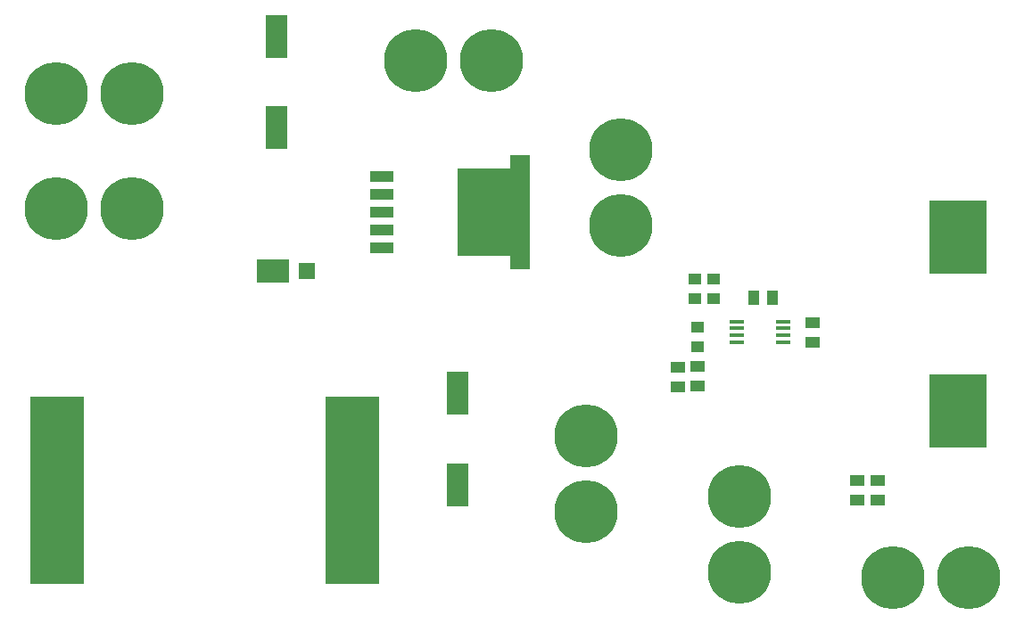
<source format=gbr>
%TF.GenerationSoftware,Altium Limited,Altium Designer,19.1.8 (144)*%
G04 Layer_Color=255*
%FSLAX26Y26*%
%MOIN*%
%TF.FileFunction,Pads,Top*%
%TF.Part,Single*%
G01*
G75*
%TA.AperFunction,SMDPad,CuDef*%
%ADD10R,0.059055X0.059843*%
%ADD11R,0.122047X0.086614*%
%ADD12R,0.057087X0.017716*%
%ADD13R,0.200000X0.327953*%
%ADD14R,0.075197X0.425197*%
%ADD15R,0.085039X0.042126*%
%ADD16R,0.051181X0.041339*%
%ADD17R,0.200787X0.700787*%
%ADD18R,0.216535X0.275591*%
%ADD19R,0.055118X0.041339*%
%ADD20R,0.078740X0.161417*%
%ADD21R,0.041339X0.055118*%
%TA.AperFunction,ComponentPad*%
%ADD30C,0.236220*%
D10*
X1366142Y1397638D02*
D03*
D11*
X1240158D02*
D03*
D12*
X2973543Y1132323D02*
D03*
Y1157913D02*
D03*
Y1183504D02*
D03*
Y1209094D02*
D03*
X3146772D02*
D03*
Y1183504D02*
D03*
Y1157913D02*
D03*
Y1132323D02*
D03*
D13*
X2028543Y1618110D02*
D03*
D14*
X2162401D02*
D03*
D15*
X1646653Y1484252D02*
D03*
Y1551181D02*
D03*
Y1618110D02*
D03*
Y1685039D02*
D03*
Y1751968D02*
D03*
D16*
X2816772Y1368740D02*
D03*
Y1295906D02*
D03*
X2886772Y1368740D02*
D03*
Y1295906D02*
D03*
X2826772Y1115906D02*
D03*
Y1188740D02*
D03*
D17*
X434055Y578740D02*
D03*
X1536417D02*
D03*
D18*
X3799213Y1525591D02*
D03*
Y875984D02*
D03*
D19*
X2751772Y965905D02*
D03*
Y1038740D02*
D03*
X2826772Y967323D02*
D03*
Y1040157D02*
D03*
X3498937Y541496D02*
D03*
Y614331D02*
D03*
X3423937Y541496D02*
D03*
Y614331D02*
D03*
X3256772Y1130906D02*
D03*
Y1203740D02*
D03*
D20*
X1931102Y939961D02*
D03*
Y597441D02*
D03*
X1253937Y1934055D02*
D03*
Y2276575D02*
D03*
D21*
X3108189Y1297323D02*
D03*
X3035354D02*
D03*
D30*
X2539370Y1850394D02*
D03*
Y1566929D02*
D03*
X429134Y2062008D02*
D03*
X712598D02*
D03*
X2409449Y498031D02*
D03*
Y781496D02*
D03*
X2058071Y2184055D02*
D03*
X1774606D02*
D03*
X429134Y1632874D02*
D03*
X712598D02*
D03*
X2984252Y272638D02*
D03*
Y556102D02*
D03*
X3838583Y251969D02*
D03*
X3555118D02*
D03*
%TF.MD5,5435d32e48cc34e46215c4ac540a0df9*%
M02*

</source>
